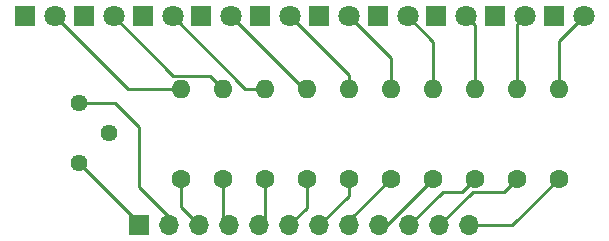
<source format=gbr>
%TF.GenerationSoftware,KiCad,Pcbnew,6.0.11-2627ca5db0~126~ubuntu22.04.1*%
%TF.CreationDate,2023-08-06T20:15:41-06:00*%
%TF.ProjectId,LED-Bank,4c45442d-4261-46e6-9b2e-6b696361645f,rev?*%
%TF.SameCoordinates,Original*%
%TF.FileFunction,Copper,L1,Top*%
%TF.FilePolarity,Positive*%
%FSLAX46Y46*%
G04 Gerber Fmt 4.6, Leading zero omitted, Abs format (unit mm)*
G04 Created by KiCad (PCBNEW 6.0.11-2627ca5db0~126~ubuntu22.04.1) date 2023-08-06 20:15:41*
%MOMM*%
%LPD*%
G01*
G04 APERTURE LIST*
%TA.AperFunction,ComponentPad*%
%ADD10C,1.440000*%
%TD*%
%TA.AperFunction,ComponentPad*%
%ADD11C,1.600000*%
%TD*%
%TA.AperFunction,ComponentPad*%
%ADD12O,1.600000X1.600000*%
%TD*%
%TA.AperFunction,ComponentPad*%
%ADD13R,1.700000X1.700000*%
%TD*%
%TA.AperFunction,ComponentPad*%
%ADD14O,1.700000X1.700000*%
%TD*%
%TA.AperFunction,ComponentPad*%
%ADD15C,1.800000*%
%TD*%
%TA.AperFunction,ComponentPad*%
%ADD16R,1.800000X1.800000*%
%TD*%
%TA.AperFunction,Conductor*%
%ADD17C,0.250000*%
%TD*%
G04 APERTURE END LIST*
D10*
%TO.P,RV1,1,1*%
%TO.N,Net-(J1-Pad1)*%
X157312430Y-120162094D03*
%TO.P,RV1,2,2*%
%TO.N,Net-(RV1-Pad2)*%
X159852430Y-117622094D03*
%TO.P,RV1,3,3*%
%TO.N,Net-(J1-Pad2)*%
X157312430Y-115082094D03*
%TD*%
D11*
%TO.P,R10,1*%
%TO.N,Net-(J1-Pad12)*%
X197931192Y-121522094D03*
D12*
%TO.P,R10,2*%
%TO.N,Net-(R10-Pad2)*%
X197931192Y-113902094D03*
%TD*%
D11*
%TO.P,R9,1*%
%TO.N,Net-(J1-Pad11)*%
X194376744Y-121522094D03*
D12*
%TO.P,R9,2*%
%TO.N,Net-(R9-Pad2)*%
X194376744Y-113902094D03*
%TD*%
D11*
%TO.P,R8,1*%
%TO.N,Net-(J1-Pad10)*%
X190822300Y-121522094D03*
D12*
%TO.P,R8,2*%
%TO.N,Net-(R8-Pad2)*%
X190822300Y-113902094D03*
%TD*%
D11*
%TO.P,R7,1*%
%TO.N,Net-(J1-Pad9)*%
X187267856Y-121522094D03*
D12*
%TO.P,R7,2*%
%TO.N,Net-(D7-Pad2)*%
X187267856Y-113902094D03*
%TD*%
D11*
%TO.P,R6,1*%
%TO.N,Net-(J1-Pad8)*%
X183713412Y-121522094D03*
D12*
%TO.P,R6,2*%
%TO.N,Net-(R6-Pad2)*%
X183713412Y-113902094D03*
%TD*%
D11*
%TO.P,R5,1*%
%TO.N,Net-(J1-Pad7)*%
X180158968Y-121522094D03*
D12*
%TO.P,R5,2*%
%TO.N,Net-(D5-Pad2)*%
X180158968Y-113902094D03*
%TD*%
D11*
%TO.P,R4,1*%
%TO.N,Net-(J1-Pad6)*%
X176604524Y-121522094D03*
D12*
%TO.P,R4,2*%
%TO.N,Net-(R4-Pad2)*%
X176604524Y-113902094D03*
%TD*%
D11*
%TO.P,R3,1*%
%TO.N,Net-(J1-Pad5)*%
X173050080Y-121522094D03*
D12*
%TO.P,R3,2*%
%TO.N,Net-(R3-Pad2)*%
X173050080Y-113902094D03*
%TD*%
D11*
%TO.P,R2,1*%
%TO.N,Net-(J1-Pad4)*%
X169495636Y-121522094D03*
D12*
%TO.P,R2,2*%
%TO.N,Net-(D2-Pad2)*%
X169495636Y-113902094D03*
%TD*%
D11*
%TO.P,R1,1*%
%TO.N,Net-(J1-Pad3)*%
X165941192Y-121522094D03*
D12*
%TO.P,R1,2*%
%TO.N,Net-(R1-Pad2)*%
X165941192Y-113902094D03*
%TD*%
D13*
%TO.P,J1,1,Pin_1*%
%TO.N,Net-(J1-Pad1)*%
X162417430Y-125451618D03*
D14*
%TO.P,J1,2,Pin_2*%
%TO.N,Net-(J1-Pad2)*%
X164957430Y-125451618D03*
%TO.P,J1,3,Pin_3*%
%TO.N,Net-(J1-Pad3)*%
X167497430Y-125451618D03*
%TO.P,J1,4,Pin_4*%
%TO.N,Net-(J1-Pad4)*%
X170037430Y-125451618D03*
%TO.P,J1,5,Pin_5*%
%TO.N,Net-(J1-Pad5)*%
X172577430Y-125451618D03*
%TO.P,J1,6,Pin_6*%
%TO.N,Net-(J1-Pad6)*%
X175117430Y-125451618D03*
%TO.P,J1,7,Pin_7*%
%TO.N,Net-(J1-Pad7)*%
X177657430Y-125451618D03*
%TO.P,J1,8,Pin_8*%
%TO.N,Net-(J1-Pad8)*%
X180197430Y-125451618D03*
%TO.P,J1,9,Pin_9*%
%TO.N,Net-(J1-Pad9)*%
X182737430Y-125451618D03*
%TO.P,J1,10,Pin_10*%
%TO.N,Net-(J1-Pad10)*%
X185277430Y-125451618D03*
%TO.P,J1,11,Pin_11*%
%TO.N,Net-(J1-Pad11)*%
X187817430Y-125451618D03*
%TO.P,J1,12,Pin_12*%
%TO.N,Net-(J1-Pad12)*%
X190357430Y-125451618D03*
%TD*%
D15*
%TO.P,D10,2,A*%
%TO.N,Net-(R10-Pad2)*%
X200033692Y-107752094D03*
D16*
%TO.P,D10,1,K*%
%TO.N,Net-(RV1-Pad2)*%
X197493692Y-107752094D03*
%TD*%
D15*
%TO.P,D9,2,A*%
%TO.N,Net-(R9-Pad2)*%
X195061185Y-107752094D03*
D16*
%TO.P,D9,1,K*%
%TO.N,Net-(RV1-Pad2)*%
X192521185Y-107752094D03*
%TD*%
D15*
%TO.P,D8,2,A*%
%TO.N,Net-(R8-Pad2)*%
X190088683Y-107752094D03*
D16*
%TO.P,D8,1,K*%
%TO.N,Net-(RV1-Pad2)*%
X187548683Y-107752094D03*
%TD*%
D15*
%TO.P,D7,2,A*%
%TO.N,Net-(D7-Pad2)*%
X185116181Y-107752094D03*
D16*
%TO.P,D7,1,K*%
%TO.N,Net-(RV1-Pad2)*%
X182576181Y-107752094D03*
%TD*%
D15*
%TO.P,D6,2,A*%
%TO.N,Net-(R6-Pad2)*%
X180143679Y-107752094D03*
D16*
%TO.P,D6,1,K*%
%TO.N,Net-(RV1-Pad2)*%
X177603679Y-107752094D03*
%TD*%
D15*
%TO.P,D5,2,A*%
%TO.N,Net-(D5-Pad2)*%
X175171177Y-107752094D03*
D16*
%TO.P,D5,1,K*%
%TO.N,Net-(RV1-Pad2)*%
X172631177Y-107752094D03*
%TD*%
D15*
%TO.P,D4,2,A*%
%TO.N,Net-(R4-Pad2)*%
X170198675Y-107752094D03*
D16*
%TO.P,D4,1,K*%
%TO.N,Net-(RV1-Pad2)*%
X167658675Y-107752094D03*
%TD*%
D15*
%TO.P,D3,2,A*%
%TO.N,Net-(R3-Pad2)*%
X165226173Y-107752094D03*
D16*
%TO.P,D3,1,K*%
%TO.N,Net-(RV1-Pad2)*%
X162686173Y-107752094D03*
%TD*%
%TO.P,D2,1,K*%
%TO.N,Net-(RV1-Pad2)*%
X157713671Y-107752094D03*
D15*
%TO.P,D2,2,A*%
%TO.N,Net-(D2-Pad2)*%
X160253671Y-107752094D03*
%TD*%
D16*
%TO.P,D1,1,K*%
%TO.N,Net-(RV1-Pad2)*%
X152741169Y-107752094D03*
D15*
%TO.P,D1,2,A*%
%TO.N,Net-(R1-Pad2)*%
X155281169Y-107752094D03*
%TD*%
D17*
%TO.N,Net-(J1-Pad2)*%
X157312430Y-115082094D02*
X160377906Y-115082094D01*
X164962430Y-125446618D02*
X164957430Y-125451618D01*
X160377906Y-115082094D02*
X162422430Y-117126618D01*
X162422430Y-117126618D02*
X162422430Y-122206618D01*
X162422430Y-122206618D02*
X164962430Y-124746618D01*
X164962430Y-124746618D02*
X164962430Y-125446618D01*
%TO.N,Net-(J1-Pad1)*%
X157312430Y-120162094D02*
X162417430Y-125267094D01*
X162417430Y-125267094D02*
X162417430Y-125451618D01*
%TO.N,Net-(R1-Pad2)*%
X165941192Y-113902094D02*
X161431169Y-113902094D01*
X161431169Y-113902094D02*
X155281169Y-107752094D01*
%TO.N,Net-(D2-Pad2)*%
X169495636Y-113902094D02*
X168370636Y-112777094D01*
X168370636Y-112777094D02*
X165278671Y-112777094D01*
X165278671Y-112777094D02*
X160253671Y-107752094D01*
%TO.N,Net-(R3-Pad2)*%
X173050080Y-113902094D02*
X171376173Y-113902094D01*
X171376173Y-113902094D02*
X165226173Y-107752094D01*
%TO.N,Net-(R4-Pad2)*%
X176604524Y-113902094D02*
X176348675Y-113902094D01*
X176348675Y-113902094D02*
X170198675Y-107752094D01*
%TO.N,Net-(D5-Pad2)*%
X180158968Y-113902094D02*
X180158968Y-112739885D01*
X180158968Y-112739885D02*
X175171177Y-107752094D01*
%TO.N,Net-(R6-Pad2)*%
X183713412Y-113902094D02*
X183713412Y-111321827D01*
X183713412Y-111321827D02*
X180143679Y-107752094D01*
%TO.N,Net-(D7-Pad2)*%
X187267856Y-113902094D02*
X187267856Y-109903769D01*
X187267856Y-109903769D02*
X185116181Y-107752094D01*
%TO.N,Net-(R8-Pad2)*%
X190822300Y-113902094D02*
X190822300Y-108485711D01*
X190822300Y-108485711D02*
X190088683Y-107752094D01*
%TO.N,Net-(R9-Pad2)*%
X194376744Y-113902094D02*
X194376744Y-108436535D01*
X194376744Y-108436535D02*
X195061185Y-107752094D01*
%TO.N,Net-(R10-Pad2)*%
X197931192Y-113902094D02*
X197931192Y-109854594D01*
X197931192Y-109854594D02*
X200033692Y-107752094D01*
%TO.N,Net-(J1-Pad3)*%
X165941192Y-121522094D02*
X165941192Y-123895380D01*
X165941192Y-123895380D02*
X167497430Y-125451618D01*
%TO.N,Net-(J1-Pad4)*%
X169495636Y-121522094D02*
X169495636Y-124909824D01*
X169495636Y-124909824D02*
X170037430Y-125451618D01*
%TO.N,Net-(J1-Pad5)*%
X173050080Y-121522094D02*
X173050080Y-124978968D01*
X173050080Y-124978968D02*
X172577430Y-125451618D01*
%TO.N,Net-(J1-Pad6)*%
X176604524Y-121522094D02*
X176604524Y-123964524D01*
X176604524Y-123964524D02*
X175117430Y-125451618D01*
%TO.N,Net-(J1-Pad7)*%
X180158968Y-121522094D02*
X180158968Y-122950080D01*
X180158968Y-122950080D02*
X177657430Y-125451618D01*
%TO.N,Net-(J1-Pad8)*%
X183713412Y-121522094D02*
X180197430Y-125038076D01*
X180197430Y-125038076D02*
X180197430Y-125451618D01*
%TO.N,Net-(J1-Pad9)*%
X187267856Y-121522094D02*
X183338332Y-125451618D01*
X183338332Y-125451618D02*
X182737430Y-125451618D01*
%TO.N,Net-(J1-Pad10)*%
X190822300Y-121522094D02*
X189697300Y-122647094D01*
X189697300Y-122647094D02*
X188081954Y-122647094D01*
X188081954Y-122647094D02*
X185277430Y-125451618D01*
%TO.N,Net-(J1-Pad11)*%
X194376744Y-121522094D02*
X193251744Y-122647094D01*
X193251744Y-122647094D02*
X190621954Y-122647094D01*
X190621954Y-122647094D02*
X187817430Y-125451618D01*
%TO.N,Net-(J1-Pad12)*%
X190357430Y-125451618D02*
X194001668Y-125451618D01*
X194001668Y-125451618D02*
X197931192Y-121522094D01*
%TD*%
M02*

</source>
